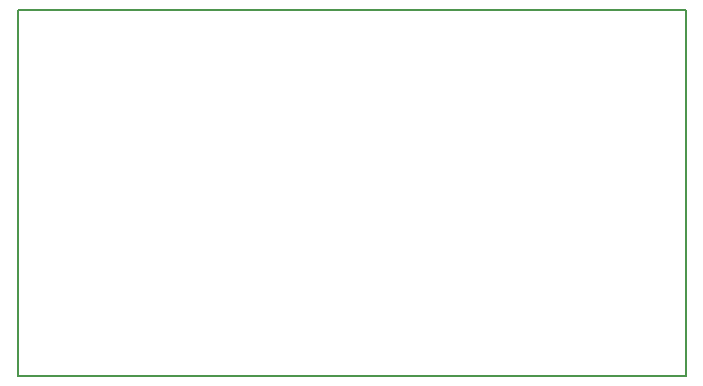
<source format=gbr>
G04 (created by PCBNEW (2013-jul-07)-stable) date 31.10.2015 (сб) 21,36,55 EET*
%MOIN*%
G04 Gerber Fmt 3.4, Leading zero omitted, Abs format*
%FSLAX34Y34*%
G01*
G70*
G90*
G04 APERTURE LIST*
%ADD10C,0.00590551*%
G04 APERTURE END LIST*
G54D10*
X63216Y-48031D02*
X40944Y-48031D01*
X63216Y-35826D02*
X63216Y-48031D01*
X40944Y-35826D02*
X63216Y-35826D01*
X40944Y-48031D02*
X40944Y-35826D01*
M02*

</source>
